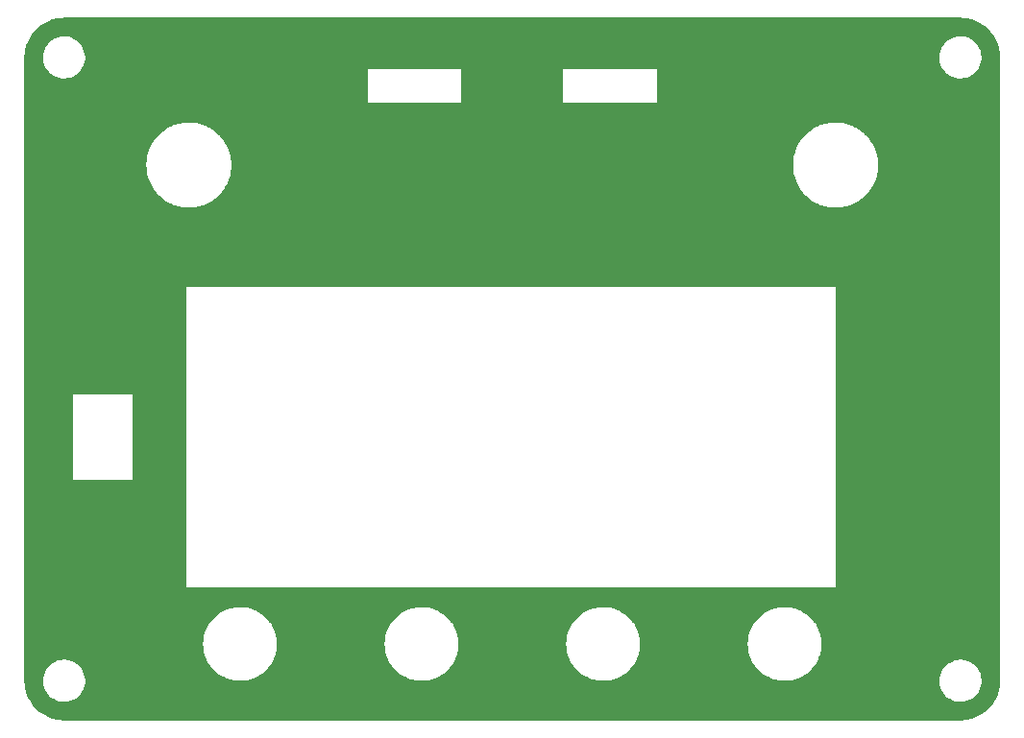
<source format=gbr>
%TF.GenerationSoftware,KiCad,Pcbnew,7.0.8*%
%TF.CreationDate,2024-05-14T10:31:21-04:00*%
%TF.ProjectId,topboard,746f7062-6f61-4726-942e-6b696361645f,rev?*%
%TF.SameCoordinates,Original*%
%TF.FileFunction,Copper,L2,Bot*%
%TF.FilePolarity,Positive*%
%FSLAX46Y46*%
G04 Gerber Fmt 4.6, Leading zero omitted, Abs format (unit mm)*
G04 Created by KiCad (PCBNEW 7.0.8) date 2024-05-14 10:31:21*
%MOMM*%
%LPD*%
G01*
G04 APERTURE LIST*
G04 APERTURE END LIST*
%TA.AperFunction,Conductor*%
%TO.N,GND*%
G36*
X179501513Y-58000575D02*
G01*
X179567131Y-58003797D01*
X179652481Y-58007990D01*
X179846607Y-58018164D01*
X179852409Y-58018745D01*
X180021733Y-58043862D01*
X180197594Y-58071716D01*
X180202929Y-58072804D01*
X180372209Y-58115206D01*
X180541341Y-58160525D01*
X180546122Y-58162018D01*
X180711894Y-58221332D01*
X180874263Y-58283660D01*
X180878543Y-58285492D01*
X180964073Y-58325944D01*
X181038476Y-58361134D01*
X181192992Y-58439864D01*
X181196720Y-58441928D01*
X181348967Y-58533180D01*
X181494262Y-58627537D01*
X181497428Y-58629736D01*
X181640323Y-58735714D01*
X181774975Y-58844752D01*
X181777594Y-58846997D01*
X181908517Y-58965658D01*
X181910721Y-58967757D01*
X182032241Y-59089277D01*
X182034340Y-59091481D01*
X182153001Y-59222404D01*
X182155246Y-59225023D01*
X182264285Y-59359676D01*
X182370262Y-59502570D01*
X182372461Y-59505736D01*
X182466822Y-59651038D01*
X182558070Y-59803278D01*
X182560133Y-59807006D01*
X182638868Y-59961529D01*
X182714506Y-60121455D01*
X182716342Y-60125746D01*
X182778672Y-60288120D01*
X182787616Y-60313116D01*
X182837970Y-60453847D01*
X182839479Y-60458678D01*
X182884793Y-60627790D01*
X182927191Y-60797056D01*
X182928286Y-60802424D01*
X182956145Y-60978317D01*
X182981250Y-61147560D01*
X182981836Y-61153416D01*
X182992011Y-61347561D01*
X182999425Y-61498488D01*
X182999500Y-61501530D01*
X182999500Y-116498469D01*
X182999425Y-116501511D01*
X182992011Y-116652438D01*
X182981836Y-116846582D01*
X182981250Y-116852438D01*
X182956145Y-117021682D01*
X182928286Y-117197574D01*
X182927191Y-117202942D01*
X182884793Y-117372209D01*
X182839479Y-117541320D01*
X182837967Y-117546163D01*
X182778672Y-117711879D01*
X182716342Y-117874252D01*
X182714507Y-117878543D01*
X182638868Y-118038470D01*
X182560133Y-118192992D01*
X182558070Y-118196720D01*
X182466822Y-118348961D01*
X182372461Y-118494262D01*
X182370262Y-118497428D01*
X182264285Y-118640323D01*
X182155245Y-118774975D01*
X182153001Y-118777594D01*
X182034340Y-118908517D01*
X182032241Y-118910721D01*
X181910721Y-119032241D01*
X181908517Y-119034340D01*
X181777594Y-119153001D01*
X181774975Y-119155245D01*
X181640323Y-119264285D01*
X181497428Y-119370262D01*
X181494262Y-119372461D01*
X181348961Y-119466822D01*
X181196720Y-119558070D01*
X181192992Y-119560133D01*
X181038470Y-119638868D01*
X180878543Y-119714507D01*
X180874252Y-119716342D01*
X180711879Y-119778672D01*
X180546163Y-119837967D01*
X180541320Y-119839479D01*
X180372209Y-119884793D01*
X180202942Y-119927191D01*
X180197574Y-119928286D01*
X180021682Y-119956145D01*
X179852438Y-119981250D01*
X179846582Y-119981836D01*
X179652438Y-119992011D01*
X179501513Y-119999425D01*
X179498470Y-119999500D01*
X100501530Y-119999500D01*
X100498488Y-119999425D01*
X100347561Y-119992011D01*
X100153416Y-119981836D01*
X100147560Y-119981250D01*
X99978317Y-119956145D01*
X99802424Y-119928286D01*
X99797056Y-119927191D01*
X99627790Y-119884793D01*
X99458678Y-119839479D01*
X99453847Y-119837970D01*
X99347307Y-119799850D01*
X99288120Y-119778672D01*
X99125746Y-119716342D01*
X99121455Y-119714506D01*
X98961529Y-119638868D01*
X98807006Y-119560133D01*
X98803278Y-119558070D01*
X98651038Y-119466822D01*
X98505736Y-119372461D01*
X98502570Y-119370262D01*
X98359676Y-119264285D01*
X98225023Y-119155246D01*
X98222404Y-119153001D01*
X98091481Y-119034340D01*
X98089277Y-119032241D01*
X97967757Y-118910721D01*
X97965658Y-118908517D01*
X97846997Y-118777594D01*
X97844752Y-118774975D01*
X97735714Y-118640323D01*
X97629736Y-118497428D01*
X97627537Y-118494262D01*
X97533177Y-118348961D01*
X97441928Y-118196720D01*
X97439864Y-118192992D01*
X97401675Y-118118042D01*
X97361131Y-118038470D01*
X97325944Y-117964073D01*
X97285492Y-117878543D01*
X97283656Y-117874252D01*
X97250479Y-117787824D01*
X97221327Y-117711879D01*
X97162018Y-117546122D01*
X97160525Y-117541341D01*
X97115206Y-117372209D01*
X97072804Y-117202929D01*
X97071716Y-117197594D01*
X97043854Y-117021682D01*
X97018745Y-116852409D01*
X97018164Y-116846607D01*
X97007989Y-116652438D01*
X97003828Y-116567763D01*
X98645787Y-116567763D01*
X98675413Y-116837013D01*
X98675415Y-116837024D01*
X98723691Y-117021682D01*
X98743928Y-117099088D01*
X98849870Y-117348390D01*
X98967614Y-117541320D01*
X98990979Y-117579605D01*
X98990986Y-117579615D01*
X99164253Y-117787819D01*
X99164259Y-117787824D01*
X99260719Y-117874252D01*
X99365998Y-117968582D01*
X99591910Y-118118044D01*
X99837176Y-118233020D01*
X99837183Y-118233022D01*
X99837185Y-118233023D01*
X100096557Y-118311057D01*
X100096564Y-118311058D01*
X100096569Y-118311060D01*
X100364561Y-118350500D01*
X100364566Y-118350500D01*
X100567636Y-118350500D01*
X100619133Y-118346730D01*
X100770156Y-118335677D01*
X100882758Y-118310593D01*
X101034546Y-118276782D01*
X101034548Y-118276781D01*
X101034553Y-118276780D01*
X101287558Y-118180014D01*
X101523777Y-118047441D01*
X101738177Y-117881888D01*
X101926186Y-117686881D01*
X102083799Y-117466579D01*
X102157787Y-117322669D01*
X102207649Y-117225690D01*
X102207651Y-117225684D01*
X102207656Y-117225675D01*
X102295118Y-116969305D01*
X102344319Y-116702933D01*
X102349259Y-116567763D01*
X177645787Y-116567763D01*
X177675413Y-116837013D01*
X177675415Y-116837024D01*
X177723691Y-117021682D01*
X177743928Y-117099088D01*
X177849870Y-117348390D01*
X177967614Y-117541320D01*
X177990979Y-117579605D01*
X177990986Y-117579615D01*
X178164253Y-117787819D01*
X178164259Y-117787824D01*
X178260719Y-117874252D01*
X178365998Y-117968582D01*
X178591910Y-118118044D01*
X178837176Y-118233020D01*
X178837183Y-118233022D01*
X178837185Y-118233023D01*
X179096557Y-118311057D01*
X179096564Y-118311058D01*
X179096569Y-118311060D01*
X179364561Y-118350500D01*
X179364566Y-118350500D01*
X179567636Y-118350500D01*
X179619133Y-118346730D01*
X179770156Y-118335677D01*
X179882758Y-118310593D01*
X180034546Y-118276782D01*
X180034548Y-118276781D01*
X180034553Y-118276780D01*
X180287558Y-118180014D01*
X180523777Y-118047441D01*
X180738177Y-117881888D01*
X180926186Y-117686881D01*
X181083799Y-117466579D01*
X181157787Y-117322669D01*
X181207649Y-117225690D01*
X181207651Y-117225684D01*
X181207656Y-117225675D01*
X181295118Y-116969305D01*
X181344319Y-116702933D01*
X181354212Y-116432235D01*
X181324586Y-116162982D01*
X181256072Y-115900912D01*
X181150130Y-115651610D01*
X181009018Y-115420390D01*
X180919747Y-115313119D01*
X180835746Y-115212180D01*
X180835740Y-115212175D01*
X180634002Y-115031418D01*
X180408092Y-114881957D01*
X180408090Y-114881956D01*
X180162824Y-114766980D01*
X180162819Y-114766978D01*
X180162814Y-114766976D01*
X179903442Y-114688942D01*
X179903428Y-114688939D01*
X179787791Y-114671921D01*
X179635439Y-114649500D01*
X179432369Y-114649500D01*
X179432364Y-114649500D01*
X179229844Y-114664323D01*
X179229831Y-114664325D01*
X178965453Y-114723217D01*
X178965446Y-114723220D01*
X178712439Y-114819987D01*
X178476226Y-114952557D01*
X178261822Y-115118112D01*
X178073822Y-115313109D01*
X178073816Y-115313116D01*
X177916202Y-115533419D01*
X177916199Y-115533424D01*
X177792350Y-115774309D01*
X177792343Y-115774327D01*
X177704884Y-116030685D01*
X177704881Y-116030699D01*
X177655681Y-116297068D01*
X177655680Y-116297075D01*
X177645787Y-116567763D01*
X102349259Y-116567763D01*
X102354212Y-116432235D01*
X102324586Y-116162982D01*
X102256072Y-115900912D01*
X102150130Y-115651610D01*
X102009018Y-115420390D01*
X101919747Y-115313119D01*
X101835746Y-115212180D01*
X101835740Y-115212175D01*
X101634002Y-115031418D01*
X101408092Y-114881957D01*
X101408090Y-114881956D01*
X101162824Y-114766980D01*
X101162819Y-114766978D01*
X101162814Y-114766976D01*
X100903442Y-114688942D01*
X100903428Y-114688939D01*
X100787791Y-114671921D01*
X100635439Y-114649500D01*
X100432369Y-114649500D01*
X100432364Y-114649500D01*
X100229844Y-114664323D01*
X100229831Y-114664325D01*
X99965453Y-114723217D01*
X99965446Y-114723220D01*
X99712439Y-114819987D01*
X99476226Y-114952557D01*
X99261822Y-115118112D01*
X99073822Y-115313109D01*
X99073816Y-115313116D01*
X98916202Y-115533419D01*
X98916199Y-115533424D01*
X98792350Y-115774309D01*
X98792343Y-115774327D01*
X98704884Y-116030685D01*
X98704881Y-116030699D01*
X98655681Y-116297068D01*
X98655680Y-116297075D01*
X98645787Y-116567763D01*
X97003828Y-116567763D01*
X97003797Y-116567131D01*
X97000575Y-116501513D01*
X97000500Y-116498471D01*
X97000500Y-113250002D01*
X112744726Y-113250002D01*
X112763808Y-113601954D01*
X112788026Y-113749677D01*
X112820628Y-113948546D01*
X112820833Y-113949793D01*
X112820834Y-113949796D01*
X112915126Y-114289408D01*
X112915127Y-114289410D01*
X113045588Y-114616844D01*
X113045597Y-114616862D01*
X113155706Y-114824549D01*
X113210695Y-114928269D01*
X113403191Y-115212180D01*
X113408498Y-115220006D01*
X113408505Y-115220016D01*
X113636685Y-115488649D01*
X113636686Y-115488650D01*
X113892580Y-115731046D01*
X114173182Y-115944354D01*
X114475202Y-116126074D01*
X114475206Y-116126075D01*
X114475210Y-116126078D01*
X114554962Y-116162975D01*
X114795099Y-116274074D01*
X114854751Y-116294173D01*
X114859541Y-116295967D01*
X114859561Y-116295976D01*
X114867087Y-116298329D01*
X115129122Y-116386619D01*
X115194854Y-116401088D01*
X115199983Y-116402452D01*
X115201565Y-116402947D01*
X115216972Y-116405956D01*
X115473355Y-116462391D01*
X115544157Y-116470091D01*
X115549302Y-116470871D01*
X115553261Y-116471645D01*
X115575032Y-116473449D01*
X115823763Y-116500500D01*
X115823769Y-116500500D01*
X115898924Y-116500500D01*
X115904038Y-116500711D01*
X115910380Y-116501237D01*
X115936242Y-116500524D01*
X115937118Y-116500500D01*
X116176232Y-116500500D01*
X116176237Y-116500500D01*
X116254949Y-116491939D01*
X116259916Y-116491602D01*
X116268587Y-116491363D01*
X116298868Y-116487163D01*
X116526645Y-116462391D01*
X116607919Y-116444500D01*
X116612711Y-116443643D01*
X116623533Y-116442143D01*
X116656092Y-116433897D01*
X116870878Y-116386619D01*
X116953612Y-116358742D01*
X116958144Y-116357407D01*
X116970911Y-116354175D01*
X117004547Y-116341580D01*
X117204901Y-116274074D01*
X117287877Y-116235685D01*
X117292132Y-116233907D01*
X117306503Y-116228527D01*
X117340095Y-116211526D01*
X117524798Y-116126074D01*
X117606730Y-116076776D01*
X117610629Y-116074620D01*
X117626236Y-116066723D01*
X117658797Y-116045449D01*
X117826818Y-115944354D01*
X117906315Y-115883921D01*
X117909857Y-115881423D01*
X117926228Y-115870728D01*
X117956865Y-115845494D01*
X118107420Y-115731046D01*
X118183017Y-115659435D01*
X118186206Y-115656619D01*
X118202839Y-115642921D01*
X118230847Y-115614129D01*
X118363314Y-115488650D01*
X118433549Y-115405962D01*
X118436327Y-115402907D01*
X118452710Y-115386067D01*
X118477461Y-115354264D01*
X118591501Y-115220008D01*
X118654857Y-115126565D01*
X118657228Y-115123301D01*
X118672809Y-115103284D01*
X118693838Y-115069070D01*
X118789305Y-114928269D01*
X118844318Y-114824502D01*
X118846225Y-114821166D01*
X118860463Y-114798005D01*
X118876862Y-114763254D01*
X118878080Y-114760820D01*
X118954407Y-114616854D01*
X118999568Y-114503506D01*
X119001048Y-114500101D01*
X119013396Y-114473936D01*
X119025652Y-114438233D01*
X119026677Y-114435468D01*
X119084871Y-114289414D01*
X119118771Y-114167314D01*
X119119837Y-114163879D01*
X119129749Y-114135009D01*
X119137823Y-114098979D01*
X119138553Y-114096067D01*
X119179168Y-113949788D01*
X119200435Y-113820060D01*
X119201109Y-113816584D01*
X119208112Y-113785339D01*
X119212059Y-113749677D01*
X119212495Y-113746496D01*
X119236191Y-113601957D01*
X119243572Y-113465813D01*
X119243851Y-113462432D01*
X119247533Y-113429171D01*
X119248204Y-113380383D01*
X119255274Y-113250002D01*
X128744726Y-113250002D01*
X128763808Y-113601954D01*
X128788026Y-113749677D01*
X128820628Y-113948546D01*
X128820833Y-113949793D01*
X128820834Y-113949796D01*
X128915126Y-114289408D01*
X128915127Y-114289410D01*
X129045588Y-114616844D01*
X129045597Y-114616862D01*
X129155706Y-114824549D01*
X129210695Y-114928269D01*
X129403191Y-115212180D01*
X129408498Y-115220006D01*
X129408505Y-115220016D01*
X129636685Y-115488649D01*
X129636686Y-115488650D01*
X129892580Y-115731046D01*
X130173182Y-115944354D01*
X130475202Y-116126074D01*
X130475206Y-116126075D01*
X130475210Y-116126078D01*
X130554962Y-116162975D01*
X130795099Y-116274074D01*
X130854751Y-116294173D01*
X130859541Y-116295967D01*
X130859561Y-116295976D01*
X130867087Y-116298329D01*
X131129122Y-116386619D01*
X131194854Y-116401088D01*
X131199983Y-116402452D01*
X131201565Y-116402947D01*
X131216972Y-116405956D01*
X131473355Y-116462391D01*
X131544157Y-116470091D01*
X131549302Y-116470871D01*
X131553261Y-116471645D01*
X131575032Y-116473449D01*
X131823763Y-116500500D01*
X131823769Y-116500500D01*
X131898924Y-116500500D01*
X131904038Y-116500711D01*
X131910380Y-116501237D01*
X131936242Y-116500524D01*
X131937118Y-116500500D01*
X132176232Y-116500500D01*
X132176237Y-116500500D01*
X132254949Y-116491939D01*
X132259916Y-116491602D01*
X132268587Y-116491363D01*
X132298868Y-116487163D01*
X132526645Y-116462391D01*
X132607919Y-116444500D01*
X132612711Y-116443643D01*
X132623533Y-116442143D01*
X132656092Y-116433897D01*
X132870878Y-116386619D01*
X132953612Y-116358742D01*
X132958144Y-116357407D01*
X132970911Y-116354175D01*
X133004547Y-116341580D01*
X133204901Y-116274074D01*
X133287877Y-116235685D01*
X133292132Y-116233907D01*
X133306503Y-116228527D01*
X133340095Y-116211526D01*
X133524798Y-116126074D01*
X133606730Y-116076776D01*
X133610629Y-116074620D01*
X133626236Y-116066723D01*
X133658797Y-116045449D01*
X133826818Y-115944354D01*
X133906315Y-115883921D01*
X133909857Y-115881423D01*
X133926228Y-115870728D01*
X133956865Y-115845494D01*
X134107420Y-115731046D01*
X134183017Y-115659435D01*
X134186206Y-115656619D01*
X134202839Y-115642921D01*
X134230847Y-115614129D01*
X134363314Y-115488650D01*
X134433549Y-115405962D01*
X134436327Y-115402907D01*
X134452710Y-115386067D01*
X134477461Y-115354264D01*
X134591501Y-115220008D01*
X134654857Y-115126565D01*
X134657228Y-115123301D01*
X134672809Y-115103284D01*
X134693838Y-115069070D01*
X134789305Y-114928269D01*
X134844318Y-114824502D01*
X134846225Y-114821166D01*
X134860463Y-114798005D01*
X134876862Y-114763254D01*
X134878080Y-114760820D01*
X134954407Y-114616854D01*
X134999568Y-114503506D01*
X135001048Y-114500101D01*
X135013396Y-114473936D01*
X135025652Y-114438233D01*
X135026677Y-114435468D01*
X135084871Y-114289414D01*
X135118771Y-114167314D01*
X135119837Y-114163879D01*
X135129749Y-114135009D01*
X135137823Y-114098979D01*
X135138553Y-114096067D01*
X135179168Y-113949788D01*
X135200435Y-113820060D01*
X135201109Y-113816584D01*
X135208112Y-113785339D01*
X135212059Y-113749677D01*
X135212495Y-113746496D01*
X135236191Y-113601957D01*
X135243572Y-113465813D01*
X135243851Y-113462432D01*
X135247533Y-113429171D01*
X135248204Y-113380383D01*
X135255274Y-113250002D01*
X144744726Y-113250002D01*
X144763808Y-113601954D01*
X144788026Y-113749677D01*
X144820628Y-113948546D01*
X144820833Y-113949793D01*
X144820834Y-113949796D01*
X144915126Y-114289408D01*
X144915127Y-114289410D01*
X145045588Y-114616844D01*
X145045597Y-114616862D01*
X145155706Y-114824549D01*
X145210695Y-114928269D01*
X145403191Y-115212180D01*
X145408498Y-115220006D01*
X145408505Y-115220016D01*
X145636685Y-115488649D01*
X145636686Y-115488650D01*
X145892580Y-115731046D01*
X146173182Y-115944354D01*
X146475202Y-116126074D01*
X146475206Y-116126075D01*
X146475210Y-116126078D01*
X146554962Y-116162975D01*
X146795099Y-116274074D01*
X146854751Y-116294173D01*
X146859541Y-116295967D01*
X146859561Y-116295976D01*
X146867087Y-116298329D01*
X147129122Y-116386619D01*
X147194854Y-116401088D01*
X147199983Y-116402452D01*
X147201565Y-116402947D01*
X147216972Y-116405956D01*
X147473355Y-116462391D01*
X147544157Y-116470091D01*
X147549302Y-116470871D01*
X147553261Y-116471645D01*
X147575032Y-116473449D01*
X147823763Y-116500500D01*
X147823769Y-116500500D01*
X147898924Y-116500500D01*
X147904038Y-116500711D01*
X147910380Y-116501237D01*
X147936242Y-116500524D01*
X147937118Y-116500500D01*
X148176232Y-116500500D01*
X148176237Y-116500500D01*
X148254949Y-116491939D01*
X148259916Y-116491602D01*
X148268587Y-116491363D01*
X148298868Y-116487163D01*
X148526645Y-116462391D01*
X148607919Y-116444500D01*
X148612711Y-116443643D01*
X148623533Y-116442143D01*
X148656092Y-116433897D01*
X148870878Y-116386619D01*
X148953612Y-116358742D01*
X148958144Y-116357407D01*
X148970911Y-116354175D01*
X149004547Y-116341580D01*
X149204901Y-116274074D01*
X149287877Y-116235685D01*
X149292132Y-116233907D01*
X149306503Y-116228527D01*
X149340095Y-116211526D01*
X149524798Y-116126074D01*
X149606730Y-116076776D01*
X149610629Y-116074620D01*
X149626236Y-116066723D01*
X149658797Y-116045449D01*
X149826818Y-115944354D01*
X149906315Y-115883921D01*
X149909857Y-115881423D01*
X149926228Y-115870728D01*
X149956865Y-115845494D01*
X150107420Y-115731046D01*
X150183017Y-115659435D01*
X150186206Y-115656619D01*
X150202839Y-115642921D01*
X150230847Y-115614129D01*
X150363314Y-115488650D01*
X150433549Y-115405962D01*
X150436327Y-115402907D01*
X150452710Y-115386067D01*
X150477461Y-115354264D01*
X150591501Y-115220008D01*
X150654857Y-115126565D01*
X150657228Y-115123301D01*
X150672809Y-115103284D01*
X150693838Y-115069070D01*
X150789305Y-114928269D01*
X150844318Y-114824502D01*
X150846225Y-114821166D01*
X150860463Y-114798005D01*
X150876862Y-114763254D01*
X150878080Y-114760820D01*
X150954407Y-114616854D01*
X150999568Y-114503506D01*
X151001048Y-114500101D01*
X151013396Y-114473936D01*
X151025652Y-114438233D01*
X151026677Y-114435468D01*
X151084871Y-114289414D01*
X151118771Y-114167314D01*
X151119837Y-114163879D01*
X151129749Y-114135009D01*
X151137823Y-114098979D01*
X151138553Y-114096067D01*
X151179168Y-113949788D01*
X151200435Y-113820060D01*
X151201109Y-113816584D01*
X151208112Y-113785339D01*
X151212059Y-113749677D01*
X151212495Y-113746496D01*
X151236191Y-113601957D01*
X151243572Y-113465813D01*
X151243851Y-113462432D01*
X151247533Y-113429171D01*
X151248204Y-113380383D01*
X151255274Y-113250002D01*
X160744726Y-113250002D01*
X160763808Y-113601954D01*
X160788026Y-113749677D01*
X160820628Y-113948546D01*
X160820833Y-113949793D01*
X160820834Y-113949796D01*
X160915126Y-114289408D01*
X160915127Y-114289410D01*
X161045588Y-114616844D01*
X161045597Y-114616862D01*
X161155706Y-114824549D01*
X161210695Y-114928269D01*
X161403191Y-115212180D01*
X161408498Y-115220006D01*
X161408505Y-115220016D01*
X161636685Y-115488649D01*
X161636686Y-115488650D01*
X161892580Y-115731046D01*
X162173182Y-115944354D01*
X162475202Y-116126074D01*
X162475206Y-116126075D01*
X162475210Y-116126078D01*
X162554962Y-116162975D01*
X162795099Y-116274074D01*
X162854751Y-116294173D01*
X162859541Y-116295967D01*
X162859561Y-116295976D01*
X162867087Y-116298329D01*
X163129122Y-116386619D01*
X163194854Y-116401088D01*
X163199983Y-116402452D01*
X163201565Y-116402947D01*
X163216972Y-116405956D01*
X163473355Y-116462391D01*
X163544157Y-116470091D01*
X163549302Y-116470871D01*
X163553261Y-116471645D01*
X163575032Y-116473449D01*
X163823763Y-116500500D01*
X163823769Y-116500500D01*
X163898924Y-116500500D01*
X163904038Y-116500711D01*
X163910380Y-116501237D01*
X163936242Y-116500524D01*
X163937118Y-116500500D01*
X164176232Y-116500500D01*
X164176237Y-116500500D01*
X164254949Y-116491939D01*
X164259916Y-116491602D01*
X164268587Y-116491363D01*
X164298868Y-116487163D01*
X164526645Y-116462391D01*
X164607919Y-116444500D01*
X164612711Y-116443643D01*
X164623533Y-116442143D01*
X164656092Y-116433897D01*
X164870878Y-116386619D01*
X164953612Y-116358742D01*
X164958144Y-116357407D01*
X164970911Y-116354175D01*
X165004547Y-116341580D01*
X165204901Y-116274074D01*
X165287877Y-116235685D01*
X165292132Y-116233907D01*
X165306503Y-116228527D01*
X165340095Y-116211526D01*
X165524798Y-116126074D01*
X165606730Y-116076776D01*
X165610629Y-116074620D01*
X165626236Y-116066723D01*
X165658797Y-116045449D01*
X165826818Y-115944354D01*
X165906315Y-115883921D01*
X165909857Y-115881423D01*
X165926228Y-115870728D01*
X165956865Y-115845494D01*
X166107420Y-115731046D01*
X166183017Y-115659435D01*
X166186206Y-115656619D01*
X166202839Y-115642921D01*
X166230847Y-115614129D01*
X166363314Y-115488650D01*
X166433549Y-115405962D01*
X166436327Y-115402907D01*
X166452710Y-115386067D01*
X166477461Y-115354264D01*
X166591501Y-115220008D01*
X166654857Y-115126565D01*
X166657228Y-115123301D01*
X166672809Y-115103284D01*
X166693838Y-115069070D01*
X166789305Y-114928269D01*
X166844318Y-114824502D01*
X166846225Y-114821166D01*
X166860463Y-114798005D01*
X166876862Y-114763254D01*
X166878080Y-114760820D01*
X166954407Y-114616854D01*
X166999568Y-114503506D01*
X167001048Y-114500101D01*
X167013396Y-114473936D01*
X167025652Y-114438233D01*
X167026677Y-114435468D01*
X167084871Y-114289414D01*
X167118771Y-114167314D01*
X167119837Y-114163879D01*
X167129749Y-114135009D01*
X167137823Y-114098979D01*
X167138553Y-114096067D01*
X167179168Y-113949788D01*
X167200435Y-113820060D01*
X167201109Y-113816584D01*
X167208112Y-113785339D01*
X167212059Y-113749677D01*
X167212495Y-113746496D01*
X167236191Y-113601957D01*
X167243572Y-113465813D01*
X167243851Y-113462432D01*
X167247533Y-113429171D01*
X167248204Y-113380383D01*
X167255274Y-113250000D01*
X167248204Y-113119617D01*
X167247533Y-113070829D01*
X167243852Y-113037572D01*
X167243572Y-113034180D01*
X167236191Y-112898043D01*
X167212494Y-112753497D01*
X167212057Y-112750312D01*
X167208112Y-112714661D01*
X167201115Y-112683440D01*
X167200431Y-112679915D01*
X167179168Y-112550212D01*
X167138558Y-112403951D01*
X167137821Y-112401010D01*
X167129749Y-112364991D01*
X167119842Y-112336133D01*
X167118771Y-112332682D01*
X167084871Y-112210586D01*
X167026674Y-112064524D01*
X167025654Y-112061773D01*
X167013396Y-112026064D01*
X167001062Y-111999929D01*
X166999549Y-111996445D01*
X166954407Y-111883146D01*
X166954403Y-111883137D01*
X166915286Y-111809356D01*
X166878116Y-111739247D01*
X166876836Y-111736689D01*
X166860465Y-111702000D01*
X166860464Y-111701997D01*
X166860463Y-111701995D01*
X166846233Y-111678846D01*
X166844313Y-111675487D01*
X166789305Y-111571731D01*
X166693848Y-111430942D01*
X166672809Y-111396716D01*
X166657236Y-111376707D01*
X166654846Y-111373419D01*
X166591501Y-111279992D01*
X166477470Y-111145744D01*
X166452710Y-111113933D01*
X166450618Y-111111782D01*
X166436342Y-111097107D01*
X166433529Y-111094013D01*
X166363321Y-111011358D01*
X166363316Y-111011352D01*
X166230854Y-110885877D01*
X166202853Y-110857092D01*
X166202842Y-110857082D01*
X166202839Y-110857079D01*
X166201392Y-110855887D01*
X166186214Y-110843386D01*
X166182991Y-110840539D01*
X166107410Y-110768945D01*
X166107407Y-110768944D01*
X165956890Y-110654523D01*
X165926224Y-110629268D01*
X165926223Y-110629267D01*
X165909886Y-110618595D01*
X165906274Y-110616047D01*
X165826825Y-110555651D01*
X165826822Y-110555649D01*
X165826818Y-110555646D01*
X165753077Y-110511277D01*
X165658809Y-110454557D01*
X165626236Y-110433277D01*
X165626234Y-110433276D01*
X165610661Y-110425395D01*
X165606700Y-110423205D01*
X165533278Y-110379028D01*
X165524794Y-110373923D01*
X165524789Y-110373921D01*
X165340113Y-110288481D01*
X165327030Y-110281860D01*
X165306503Y-110271473D01*
X165306495Y-110271470D01*
X165292141Y-110266095D01*
X165287848Y-110264301D01*
X165252737Y-110248057D01*
X165204901Y-110225926D01*
X165079872Y-110183799D01*
X165004562Y-110158424D01*
X164970911Y-110145825D01*
X164958162Y-110142596D01*
X164953589Y-110141249D01*
X164921270Y-110130359D01*
X164870879Y-110113381D01*
X164656109Y-110066106D01*
X164623534Y-110057857D01*
X164623528Y-110057856D01*
X164612713Y-110056356D01*
X164607901Y-110055495D01*
X164526643Y-110037608D01*
X164298896Y-110012839D01*
X164268582Y-110008636D01*
X164268585Y-110008636D01*
X164259912Y-110008396D01*
X164254922Y-110008057D01*
X164176242Y-109999500D01*
X164176237Y-109999500D01*
X163937118Y-109999500D01*
X163922204Y-109999088D01*
X163910380Y-109998763D01*
X163910379Y-109998763D01*
X163909441Y-109998840D01*
X163904038Y-109999288D01*
X163898924Y-109999500D01*
X163823759Y-109999500D01*
X163575032Y-110026550D01*
X163553256Y-110028355D01*
X163549303Y-110029126D01*
X163544138Y-110029909D01*
X163473358Y-110037608D01*
X163473353Y-110037609D01*
X163216974Y-110094042D01*
X163201561Y-110097053D01*
X163201548Y-110097056D01*
X163199962Y-110097552D01*
X163194815Y-110098919D01*
X163129132Y-110113377D01*
X163129116Y-110113382D01*
X162867105Y-110201664D01*
X162859545Y-110204029D01*
X162854700Y-110205842D01*
X162795089Y-110225929D01*
X162795088Y-110225929D01*
X162475210Y-110373921D01*
X162475197Y-110373928D01*
X162173184Y-110555644D01*
X161892589Y-110768946D01*
X161892580Y-110768954D01*
X161636685Y-111011350D01*
X161408505Y-111279983D01*
X161408498Y-111279993D01*
X161210695Y-111571730D01*
X161045597Y-111883137D01*
X161045588Y-111883155D01*
X160915127Y-112210589D01*
X160915126Y-112210591D01*
X160820834Y-112550203D01*
X160820833Y-112550206D01*
X160763808Y-112898045D01*
X160744726Y-113249997D01*
X160744726Y-113250002D01*
X151255274Y-113250002D01*
X151255274Y-113250000D01*
X151248204Y-113119617D01*
X151247533Y-113070829D01*
X151243852Y-113037572D01*
X151243572Y-113034180D01*
X151236191Y-112898043D01*
X151212494Y-112753497D01*
X151212057Y-112750312D01*
X151208112Y-112714661D01*
X151201115Y-112683440D01*
X151200431Y-112679915D01*
X151179168Y-112550212D01*
X151138558Y-112403951D01*
X151137821Y-112401010D01*
X151129749Y-112364991D01*
X151119842Y-112336133D01*
X151118771Y-112332682D01*
X151084871Y-112210586D01*
X151026674Y-112064524D01*
X151025654Y-112061773D01*
X151013396Y-112026064D01*
X151001062Y-111999929D01*
X150999549Y-111996445D01*
X150954407Y-111883146D01*
X150954403Y-111883137D01*
X150915286Y-111809356D01*
X150878116Y-111739247D01*
X150876836Y-111736689D01*
X150860465Y-111702000D01*
X150860464Y-111701997D01*
X150860463Y-111701995D01*
X150846233Y-111678846D01*
X150844313Y-111675487D01*
X150789305Y-111571731D01*
X150693848Y-111430942D01*
X150672809Y-111396716D01*
X150657236Y-111376707D01*
X150654846Y-111373419D01*
X150591501Y-111279992D01*
X150477470Y-111145744D01*
X150452710Y-111113933D01*
X150450618Y-111111782D01*
X150436342Y-111097107D01*
X150433529Y-111094013D01*
X150363321Y-111011358D01*
X150363316Y-111011352D01*
X150230854Y-110885877D01*
X150202853Y-110857092D01*
X150202842Y-110857082D01*
X150202839Y-110857079D01*
X150201392Y-110855887D01*
X150186214Y-110843386D01*
X150182991Y-110840539D01*
X150107410Y-110768945D01*
X150107407Y-110768944D01*
X149956890Y-110654523D01*
X149926224Y-110629268D01*
X149926223Y-110629267D01*
X149909886Y-110618595D01*
X149906274Y-110616047D01*
X149826825Y-110555651D01*
X149826822Y-110555649D01*
X149826818Y-110555646D01*
X149753077Y-110511277D01*
X149658809Y-110454557D01*
X149626236Y-110433277D01*
X149626234Y-110433276D01*
X149610661Y-110425395D01*
X149606700Y-110423205D01*
X149533278Y-110379028D01*
X149524794Y-110373923D01*
X149524789Y-110373921D01*
X149340113Y-110288481D01*
X149327030Y-110281860D01*
X149306503Y-110271473D01*
X149306495Y-110271470D01*
X149292141Y-110266095D01*
X149287848Y-110264301D01*
X149252737Y-110248057D01*
X149204901Y-110225926D01*
X149079872Y-110183799D01*
X149004562Y-110158424D01*
X148970911Y-110145825D01*
X148958162Y-110142596D01*
X148953589Y-110141249D01*
X148921270Y-110130359D01*
X148870879Y-110113381D01*
X148656109Y-110066106D01*
X148623534Y-110057857D01*
X148623528Y-110057856D01*
X148612713Y-110056356D01*
X148607901Y-110055495D01*
X148526643Y-110037608D01*
X148298896Y-110012839D01*
X148268582Y-110008636D01*
X148268585Y-110008636D01*
X148259912Y-110008396D01*
X148254922Y-110008057D01*
X148176242Y-109999500D01*
X148176237Y-109999500D01*
X147937118Y-109999500D01*
X147922204Y-109999088D01*
X147910380Y-109998763D01*
X147910379Y-109998763D01*
X147909441Y-109998840D01*
X147904038Y-109999288D01*
X147898924Y-109999500D01*
X147823759Y-109999500D01*
X147575032Y-110026550D01*
X147553256Y-110028355D01*
X147549303Y-110029126D01*
X147544138Y-110029909D01*
X147473358Y-110037608D01*
X147473353Y-110037609D01*
X147216974Y-110094042D01*
X147201561Y-110097053D01*
X147201548Y-110097056D01*
X147199962Y-110097552D01*
X147194815Y-110098919D01*
X147129132Y-110113377D01*
X147129116Y-110113382D01*
X146867105Y-110201664D01*
X146859545Y-110204029D01*
X146854700Y-110205842D01*
X146795089Y-110225929D01*
X146795088Y-110225929D01*
X146475210Y-110373921D01*
X146475197Y-110373928D01*
X146173184Y-110555644D01*
X145892589Y-110768946D01*
X145892580Y-110768954D01*
X145636685Y-111011350D01*
X145408505Y-111279983D01*
X145408498Y-111279993D01*
X145210695Y-111571730D01*
X145045597Y-111883137D01*
X145045588Y-111883155D01*
X144915127Y-112210589D01*
X144915126Y-112210591D01*
X144820834Y-112550203D01*
X144820833Y-112550206D01*
X144763808Y-112898045D01*
X144744726Y-113249997D01*
X144744726Y-113250002D01*
X135255274Y-113250002D01*
X135255274Y-113250000D01*
X135248204Y-113119617D01*
X135247533Y-113070829D01*
X135243852Y-113037572D01*
X135243572Y-113034180D01*
X135236191Y-112898043D01*
X135212494Y-112753497D01*
X135212057Y-112750312D01*
X135208112Y-112714661D01*
X135201115Y-112683440D01*
X135200431Y-112679915D01*
X135179168Y-112550212D01*
X135138558Y-112403951D01*
X135137821Y-112401010D01*
X135129749Y-112364991D01*
X135119842Y-112336133D01*
X135118771Y-112332682D01*
X135084871Y-112210586D01*
X135026674Y-112064524D01*
X135025654Y-112061773D01*
X135013396Y-112026064D01*
X135001062Y-111999929D01*
X134999549Y-111996445D01*
X134954407Y-111883146D01*
X134954403Y-111883137D01*
X134915286Y-111809356D01*
X134878116Y-111739247D01*
X134876836Y-111736689D01*
X134860465Y-111702000D01*
X134860464Y-111701997D01*
X134860463Y-111701995D01*
X134846233Y-111678846D01*
X134844313Y-111675487D01*
X134789305Y-111571731D01*
X134693848Y-111430942D01*
X134672809Y-111396716D01*
X134657236Y-111376707D01*
X134654846Y-111373419D01*
X134591501Y-111279992D01*
X134477470Y-111145744D01*
X134452710Y-111113933D01*
X134450618Y-111111782D01*
X134436342Y-111097107D01*
X134433529Y-111094013D01*
X134363321Y-111011358D01*
X134363316Y-111011352D01*
X134230854Y-110885877D01*
X134202853Y-110857092D01*
X134202842Y-110857082D01*
X134202839Y-110857079D01*
X134201392Y-110855887D01*
X134186214Y-110843386D01*
X134182991Y-110840539D01*
X134107410Y-110768945D01*
X134107407Y-110768944D01*
X133956890Y-110654523D01*
X133926224Y-110629268D01*
X133926223Y-110629267D01*
X133909886Y-110618595D01*
X133906274Y-110616047D01*
X133826825Y-110555651D01*
X133826822Y-110555649D01*
X133826818Y-110555646D01*
X133753077Y-110511277D01*
X133658809Y-110454557D01*
X133626236Y-110433277D01*
X133626234Y-110433276D01*
X133610661Y-110425395D01*
X133606700Y-110423205D01*
X133533278Y-110379028D01*
X133524794Y-110373923D01*
X133524789Y-110373921D01*
X133340113Y-110288481D01*
X133327030Y-110281860D01*
X133306503Y-110271473D01*
X133306495Y-110271470D01*
X133292141Y-110266095D01*
X133287848Y-110264301D01*
X133252737Y-110248057D01*
X133204901Y-110225926D01*
X133079872Y-110183799D01*
X133004562Y-110158424D01*
X132970911Y-110145825D01*
X132958162Y-110142596D01*
X132953589Y-110141249D01*
X132921270Y-110130359D01*
X132870879Y-110113381D01*
X132656109Y-110066106D01*
X132623534Y-110057857D01*
X132623528Y-110057856D01*
X132612713Y-110056356D01*
X132607901Y-110055495D01*
X132526643Y-110037608D01*
X132298896Y-110012839D01*
X132268582Y-110008636D01*
X132268585Y-110008636D01*
X132259912Y-110008396D01*
X132254922Y-110008057D01*
X132176242Y-109999500D01*
X132176237Y-109999500D01*
X131937118Y-109999500D01*
X131922204Y-109999088D01*
X131910380Y-109998763D01*
X131910379Y-109998763D01*
X131909441Y-109998840D01*
X131904038Y-109999288D01*
X131898924Y-109999500D01*
X131823759Y-109999500D01*
X131575032Y-110026550D01*
X131553256Y-110028355D01*
X131549303Y-110029126D01*
X131544138Y-110029909D01*
X131473358Y-110037608D01*
X131473353Y-110037609D01*
X131216974Y-110094042D01*
X131201561Y-110097053D01*
X131201548Y-110097056D01*
X131199962Y-110097552D01*
X131194815Y-110098919D01*
X131129132Y-110113377D01*
X131129116Y-110113382D01*
X130867105Y-110201664D01*
X130859545Y-110204029D01*
X130854700Y-110205842D01*
X130795089Y-110225929D01*
X130795088Y-110225929D01*
X130475210Y-110373921D01*
X130475197Y-110373928D01*
X130173184Y-110555644D01*
X129892589Y-110768946D01*
X129892580Y-110768954D01*
X129636685Y-111011350D01*
X129408505Y-111279983D01*
X129408498Y-111279993D01*
X129210695Y-111571730D01*
X129045597Y-111883137D01*
X129045588Y-111883155D01*
X128915127Y-112210589D01*
X128915126Y-112210591D01*
X128820834Y-112550203D01*
X128820833Y-112550206D01*
X128763808Y-112898045D01*
X128744726Y-113249997D01*
X128744726Y-113250002D01*
X119255274Y-113250002D01*
X119255274Y-113250000D01*
X119248204Y-113119617D01*
X119247533Y-113070829D01*
X119243852Y-113037572D01*
X119243572Y-113034180D01*
X119236191Y-112898043D01*
X119212494Y-112753497D01*
X119212057Y-112750312D01*
X119208112Y-112714661D01*
X119201115Y-112683440D01*
X119200431Y-112679915D01*
X119179168Y-112550212D01*
X119138558Y-112403951D01*
X119137821Y-112401010D01*
X119129749Y-112364991D01*
X119119842Y-112336133D01*
X119118771Y-112332682D01*
X119084871Y-112210586D01*
X119026674Y-112064524D01*
X119025654Y-112061773D01*
X119013396Y-112026064D01*
X119001062Y-111999929D01*
X118999549Y-111996445D01*
X118954407Y-111883146D01*
X118954403Y-111883137D01*
X118915286Y-111809356D01*
X118878116Y-111739247D01*
X118876836Y-111736689D01*
X118860465Y-111702000D01*
X118860464Y-111701997D01*
X118860463Y-111701995D01*
X118846233Y-111678846D01*
X118844313Y-111675487D01*
X118789305Y-111571731D01*
X118693848Y-111430942D01*
X118672809Y-111396716D01*
X118657236Y-111376707D01*
X118654846Y-111373419D01*
X118591501Y-111279992D01*
X118477470Y-111145744D01*
X118452710Y-111113933D01*
X118450618Y-111111782D01*
X118436342Y-111097107D01*
X118433529Y-111094013D01*
X118363321Y-111011358D01*
X118363316Y-111011352D01*
X118230854Y-110885877D01*
X118202853Y-110857092D01*
X118202842Y-110857082D01*
X118202839Y-110857079D01*
X118201392Y-110855887D01*
X118186214Y-110843386D01*
X118182991Y-110840539D01*
X118107410Y-110768945D01*
X118107407Y-110768944D01*
X117956890Y-110654523D01*
X117926224Y-110629268D01*
X117926223Y-110629267D01*
X117909886Y-110618595D01*
X117906274Y-110616047D01*
X117826825Y-110555651D01*
X117826822Y-110555649D01*
X117826818Y-110555646D01*
X117753077Y-110511277D01*
X117658809Y-110454557D01*
X117626236Y-110433277D01*
X117626234Y-110433276D01*
X117610661Y-110425395D01*
X117606700Y-110423205D01*
X117533278Y-110379028D01*
X117524794Y-110373923D01*
X117524789Y-110373921D01*
X117340113Y-110288481D01*
X117327030Y-110281860D01*
X117306503Y-110271473D01*
X117306495Y-110271470D01*
X117292141Y-110266095D01*
X117287848Y-110264301D01*
X117252737Y-110248057D01*
X117204901Y-110225926D01*
X117079872Y-110183799D01*
X117004562Y-110158424D01*
X116970911Y-110145825D01*
X116958162Y-110142596D01*
X116953589Y-110141249D01*
X116921270Y-110130359D01*
X116870879Y-110113381D01*
X116656109Y-110066106D01*
X116623534Y-110057857D01*
X116623528Y-110057856D01*
X116612713Y-110056356D01*
X116607901Y-110055495D01*
X116526643Y-110037608D01*
X116298896Y-110012839D01*
X116268582Y-110008636D01*
X116268585Y-110008636D01*
X116259912Y-110008396D01*
X116254922Y-110008057D01*
X116176242Y-109999500D01*
X116176237Y-109999500D01*
X115937118Y-109999500D01*
X115922204Y-109999088D01*
X115910380Y-109998763D01*
X115910379Y-109998763D01*
X115909441Y-109998840D01*
X115904038Y-109999288D01*
X115898924Y-109999500D01*
X115823759Y-109999500D01*
X115575032Y-110026550D01*
X115553256Y-110028355D01*
X115549303Y-110029126D01*
X115544138Y-110029909D01*
X115473358Y-110037608D01*
X115473353Y-110037609D01*
X115216974Y-110094042D01*
X115201561Y-110097053D01*
X115201548Y-110097056D01*
X115199962Y-110097552D01*
X115194815Y-110098919D01*
X115129132Y-110113377D01*
X115129116Y-110113382D01*
X114867105Y-110201664D01*
X114859545Y-110204029D01*
X114854700Y-110205842D01*
X114795089Y-110225929D01*
X114795088Y-110225929D01*
X114475210Y-110373921D01*
X114475197Y-110373928D01*
X114173184Y-110555644D01*
X113892589Y-110768946D01*
X113892580Y-110768954D01*
X113636685Y-111011350D01*
X113408505Y-111279983D01*
X113408498Y-111279993D01*
X113210695Y-111571730D01*
X113045597Y-111883137D01*
X113045588Y-111883155D01*
X112915127Y-112210589D01*
X112915126Y-112210591D01*
X112820834Y-112550203D01*
X112820833Y-112550206D01*
X112763808Y-112898045D01*
X112744726Y-113249997D01*
X112744726Y-113250002D01*
X97000500Y-113250002D01*
X97000500Y-108225889D01*
X111249416Y-108225889D01*
X111249459Y-108250001D01*
X111249500Y-108250099D01*
X111249616Y-108250382D01*
X111249618Y-108250384D01*
X111249808Y-108250462D01*
X111250000Y-108250541D01*
X111250002Y-108250539D01*
X111274616Y-108250524D01*
X111274616Y-108250528D01*
X111274760Y-108250500D01*
X168475240Y-108250500D01*
X168475383Y-108250528D01*
X168475384Y-108250524D01*
X168499997Y-108250539D01*
X168500000Y-108250541D01*
X168500383Y-108250383D01*
X168500500Y-108250099D01*
X168500541Y-108250000D01*
X168500540Y-108249997D01*
X168500583Y-108225889D01*
X168500500Y-108225467D01*
X168500500Y-81774759D01*
X168500528Y-81774616D01*
X168500524Y-81774616D01*
X168500539Y-81750002D01*
X168500541Y-81750000D01*
X168500462Y-81749808D01*
X168500384Y-81749618D01*
X168500382Y-81749616D01*
X168500099Y-81749500D01*
X168500000Y-81749459D01*
X168475446Y-81749459D01*
X168475240Y-81749500D01*
X111274760Y-81749500D01*
X111274554Y-81749459D01*
X111250000Y-81749459D01*
X111249901Y-81749500D01*
X111249617Y-81749616D01*
X111249615Y-81749618D01*
X111249459Y-81749999D01*
X111249476Y-81774616D01*
X111249471Y-81774616D01*
X111249500Y-81774759D01*
X111249500Y-108225467D01*
X111249416Y-108225889D01*
X97000500Y-108225889D01*
X97000500Y-98725889D01*
X101249416Y-98725889D01*
X101249459Y-98750001D01*
X101249500Y-98750099D01*
X101249616Y-98750382D01*
X101249618Y-98750384D01*
X101249808Y-98750462D01*
X101250000Y-98750541D01*
X101250002Y-98750539D01*
X101274616Y-98750524D01*
X101274616Y-98750528D01*
X101274760Y-98750500D01*
X106475240Y-98750500D01*
X106475383Y-98750528D01*
X106475384Y-98750524D01*
X106499997Y-98750539D01*
X106500000Y-98750541D01*
X106500383Y-98750383D01*
X106500500Y-98750099D01*
X106500541Y-98750000D01*
X106500540Y-98749997D01*
X106500583Y-98725889D01*
X106500500Y-98725467D01*
X106500500Y-91274759D01*
X106500528Y-91274616D01*
X106500524Y-91274616D01*
X106500539Y-91250002D01*
X106500541Y-91250000D01*
X106500462Y-91249808D01*
X106500384Y-91249618D01*
X106500382Y-91249616D01*
X106500099Y-91249500D01*
X106500000Y-91249459D01*
X106475446Y-91249459D01*
X106475240Y-91249500D01*
X101274760Y-91249500D01*
X101274554Y-91249459D01*
X101250000Y-91249459D01*
X101249901Y-91249500D01*
X101249617Y-91249616D01*
X101249615Y-91249618D01*
X101249459Y-91249999D01*
X101249476Y-91274616D01*
X101249471Y-91274616D01*
X101249500Y-91274759D01*
X101249500Y-98725467D01*
X101249416Y-98725889D01*
X97000500Y-98725889D01*
X97000500Y-71000000D01*
X107744680Y-71000000D01*
X107763946Y-71379918D01*
X107821551Y-71755935D01*
X107916904Y-72124212D01*
X108049016Y-72480925D01*
X108049022Y-72480940D01*
X108216548Y-72822463D01*
X108216553Y-72822472D01*
X108417771Y-73145295D01*
X108647685Y-73442321D01*
X108650620Y-73446112D01*
X108650630Y-73446122D01*
X108912709Y-73721829D01*
X109201343Y-73969614D01*
X109201346Y-73969616D01*
X109513571Y-74186931D01*
X109513575Y-74186933D01*
X109846182Y-74371545D01*
X109881257Y-74386596D01*
X109908711Y-74398377D01*
X109909256Y-74398632D01*
X109909266Y-74398638D01*
X109910263Y-74399043D01*
X110195758Y-74521559D01*
X110262297Y-74542435D01*
X110267054Y-74544148D01*
X110267148Y-74544186D01*
X110272654Y-74545788D01*
X110277220Y-74547118D01*
X110558709Y-74635436D01*
X110558712Y-74635436D01*
X110558720Y-74635439D01*
X110630855Y-74650263D01*
X110635672Y-74651457D01*
X110638099Y-74652164D01*
X110655792Y-74655388D01*
X110931340Y-74712015D01*
X111008537Y-74719865D01*
X111013347Y-74720547D01*
X111018187Y-74721429D01*
X111042165Y-74723284D01*
X111285304Y-74748009D01*
X111309795Y-74750500D01*
X111391361Y-74750500D01*
X111396141Y-74750684D01*
X111403381Y-74751245D01*
X111431367Y-74750524D01*
X111432309Y-74750500D01*
X111690204Y-74750500D01*
X111775351Y-74741841D01*
X111780007Y-74741545D01*
X111789600Y-74741298D01*
X111822171Y-74737080D01*
X112068660Y-74712015D01*
X112156485Y-74693966D01*
X112160982Y-74693214D01*
X112163249Y-74692920D01*
X112172737Y-74691693D01*
X112172743Y-74691691D01*
X112172749Y-74691691D01*
X112207739Y-74683433D01*
X112441280Y-74635439D01*
X112530728Y-74607374D01*
X112535028Y-74606194D01*
X112548767Y-74602952D01*
X112585032Y-74590336D01*
X112804242Y-74521559D01*
X112894217Y-74482947D01*
X112898230Y-74481390D01*
X112913667Y-74476021D01*
X112950131Y-74458952D01*
X113153821Y-74371543D01*
X113243102Y-74321987D01*
X113246814Y-74320091D01*
X113263583Y-74312243D01*
X113299287Y-74290802D01*
X113486429Y-74186931D01*
X113573732Y-74126165D01*
X113577145Y-74123957D01*
X113594804Y-74113354D01*
X113628867Y-74087790D01*
X113798654Y-73969616D01*
X113882612Y-73897539D01*
X113885713Y-73895049D01*
X113903819Y-73881463D01*
X113935516Y-73852122D01*
X114087291Y-73721829D01*
X114166501Y-73638499D01*
X114169291Y-73635746D01*
X114187354Y-73619028D01*
X114216064Y-73586359D01*
X114349380Y-73446112D01*
X114422492Y-73351657D01*
X114424849Y-73348801D01*
X114442401Y-73328831D01*
X114467614Y-73293366D01*
X114487889Y-73267172D01*
X114582229Y-73145295D01*
X114647761Y-73040157D01*
X114649809Y-73037085D01*
X114666259Y-73013947D01*
X114678760Y-72991858D01*
X114687580Y-72976276D01*
X114783446Y-72822472D01*
X114783445Y-72822472D01*
X114783451Y-72822464D01*
X114840005Y-72707169D01*
X114841691Y-72703973D01*
X114856553Y-72677715D01*
X114873696Y-72638487D01*
X114910519Y-72563418D01*
X114950970Y-72480956D01*
X114950977Y-72480940D01*
X114950981Y-72480932D01*
X114997202Y-72356129D01*
X114998496Y-72352923D01*
X115011268Y-72323699D01*
X115023684Y-72284804D01*
X115024569Y-72282235D01*
X115083098Y-72124204D01*
X115117644Y-71990777D01*
X115118569Y-71987574D01*
X115128761Y-71955651D01*
X115136937Y-71916521D01*
X115137560Y-71913858D01*
X115178448Y-71755940D01*
X115200048Y-71614943D01*
X115200629Y-71611733D01*
X115207789Y-71577473D01*
X115211788Y-71538779D01*
X115212162Y-71535863D01*
X115236053Y-71379919D01*
X115243525Y-71232562D01*
X115243769Y-71229399D01*
X115247514Y-71193173D01*
X115248190Y-71140581D01*
X115255320Y-71000000D01*
X164744680Y-71000000D01*
X164763946Y-71379918D01*
X164821551Y-71755935D01*
X164916904Y-72124212D01*
X165049016Y-72480925D01*
X165049022Y-72480940D01*
X165216548Y-72822463D01*
X165216553Y-72822472D01*
X165417771Y-73145295D01*
X165647685Y-73442321D01*
X165650620Y-73446112D01*
X165650630Y-73446122D01*
X165912709Y-73721829D01*
X166201343Y-73969614D01*
X166201346Y-73969616D01*
X166513571Y-74186931D01*
X166513575Y-74186933D01*
X166846182Y-74371545D01*
X166881257Y-74386596D01*
X166908711Y-74398377D01*
X166909256Y-74398632D01*
X166909266Y-74398638D01*
X166910263Y-74399043D01*
X167195758Y-74521559D01*
X167262297Y-74542435D01*
X167267054Y-74544148D01*
X167267148Y-74544186D01*
X167272654Y-74545788D01*
X167277220Y-74547118D01*
X167558709Y-74635436D01*
X167558712Y-74635436D01*
X167558720Y-74635439D01*
X167630855Y-74650263D01*
X167635672Y-74651457D01*
X167638099Y-74652164D01*
X167655792Y-74655388D01*
X167931340Y-74712015D01*
X168008537Y-74719865D01*
X168013347Y-74720547D01*
X168018187Y-74721429D01*
X168042165Y-74723284D01*
X168285304Y-74748009D01*
X168309795Y-74750500D01*
X168391361Y-74750500D01*
X168396141Y-74750684D01*
X168403381Y-74751245D01*
X168431367Y-74750524D01*
X168432309Y-74750500D01*
X168690204Y-74750500D01*
X168775351Y-74741841D01*
X168780007Y-74741545D01*
X168789600Y-74741298D01*
X168822171Y-74737080D01*
X169068660Y-74712015D01*
X169156485Y-74693966D01*
X169160982Y-74693214D01*
X169163249Y-74692920D01*
X169172737Y-74691693D01*
X169172743Y-74691691D01*
X169172749Y-74691691D01*
X169207739Y-74683433D01*
X169441280Y-74635439D01*
X169530728Y-74607374D01*
X169535028Y-74606194D01*
X169548767Y-74602952D01*
X169585032Y-74590336D01*
X169804242Y-74521559D01*
X169894217Y-74482947D01*
X169898230Y-74481390D01*
X169913667Y-74476021D01*
X169950131Y-74458952D01*
X170153821Y-74371543D01*
X170243102Y-74321987D01*
X170246814Y-74320091D01*
X170263583Y-74312243D01*
X170299287Y-74290802D01*
X170486429Y-74186931D01*
X170573732Y-74126165D01*
X170577145Y-74123957D01*
X170594804Y-74113354D01*
X170628867Y-74087790D01*
X170798654Y-73969616D01*
X170882612Y-73897539D01*
X170885713Y-73895049D01*
X170903819Y-73881463D01*
X170935516Y-73852122D01*
X171087291Y-73721829D01*
X171166501Y-73638499D01*
X171169291Y-73635746D01*
X171187354Y-73619028D01*
X171216064Y-73586359D01*
X171349380Y-73446112D01*
X171422492Y-73351657D01*
X171424849Y-73348801D01*
X171442401Y-73328831D01*
X171467614Y-73293366D01*
X171487889Y-73267172D01*
X171582229Y-73145295D01*
X171647761Y-73040157D01*
X171649809Y-73037085D01*
X171666259Y-73013947D01*
X171678760Y-72991858D01*
X171687580Y-72976276D01*
X171783446Y-72822472D01*
X171783445Y-72822472D01*
X171783451Y-72822464D01*
X171840005Y-72707169D01*
X171841691Y-72703973D01*
X171856553Y-72677715D01*
X171873696Y-72638487D01*
X171910519Y-72563418D01*
X171950970Y-72480956D01*
X171950977Y-72480940D01*
X171950981Y-72480932D01*
X171997202Y-72356129D01*
X171998496Y-72352923D01*
X172011268Y-72323699D01*
X172023684Y-72284804D01*
X172024569Y-72282235D01*
X172083098Y-72124204D01*
X172117644Y-71990777D01*
X172118569Y-71987574D01*
X172128761Y-71955651D01*
X172136937Y-71916521D01*
X172137560Y-71913858D01*
X172178448Y-71755940D01*
X172200048Y-71614943D01*
X172200629Y-71611733D01*
X172207789Y-71577473D01*
X172211788Y-71538779D01*
X172212162Y-71535863D01*
X172236053Y-71379919D01*
X172243525Y-71232562D01*
X172243769Y-71229399D01*
X172247514Y-71193173D01*
X172248190Y-71140581D01*
X172255320Y-71000000D01*
X172248190Y-70859418D01*
X172247514Y-70806827D01*
X172243769Y-70770600D01*
X172243525Y-70767437D01*
X172236053Y-70620081D01*
X172212164Y-70464147D01*
X172211787Y-70461210D01*
X172207789Y-70422527D01*
X172200629Y-70388266D01*
X172200044Y-70385033D01*
X172178448Y-70244060D01*
X172137575Y-70086199D01*
X172136929Y-70083438D01*
X172128761Y-70044349D01*
X172118577Y-70012448D01*
X172117634Y-70009184D01*
X172083098Y-69875796D01*
X172024577Y-69717784D01*
X172023682Y-69715188D01*
X172011268Y-69676301D01*
X171998506Y-69647100D01*
X171997181Y-69643813D01*
X171950985Y-69519080D01*
X171950983Y-69519074D01*
X171950981Y-69519068D01*
X171873697Y-69361516D01*
X171856553Y-69322285D01*
X171841702Y-69296046D01*
X171840001Y-69292820D01*
X171783451Y-69177537D01*
X171783451Y-69177536D01*
X171687573Y-69023714D01*
X171666259Y-68986053D01*
X171666254Y-68986046D01*
X171666251Y-68986041D01*
X171649819Y-68962928D01*
X171647734Y-68959798D01*
X171582228Y-68854704D01*
X171467613Y-68706633D01*
X171442402Y-68671171D01*
X171442401Y-68671169D01*
X171433969Y-68661575D01*
X171424894Y-68651248D01*
X171422437Y-68648270D01*
X171349384Y-68553893D01*
X171349383Y-68553892D01*
X171349380Y-68553888D01*
X171271489Y-68471946D01*
X171216077Y-68413653D01*
X171187358Y-68380976D01*
X171187349Y-68380967D01*
X171169306Y-68364267D01*
X171166483Y-68361481D01*
X171091300Y-68282389D01*
X171087291Y-68278171D01*
X170935532Y-68147890D01*
X170903818Y-68118536D01*
X170885746Y-68104975D01*
X170882587Y-68102438D01*
X170804015Y-68034986D01*
X170798656Y-68030385D01*
X170628889Y-67912224D01*
X170625139Y-67909410D01*
X170594804Y-67886646D01*
X170577170Y-67876057D01*
X170573679Y-67873797D01*
X170486433Y-67813071D01*
X170486424Y-67813066D01*
X170299303Y-67709206D01*
X170263589Y-67687760D01*
X170263585Y-67687758D01*
X170263583Y-67687757D01*
X170246845Y-67679923D01*
X170243059Y-67677988D01*
X170153816Y-67628454D01*
X169950154Y-67541056D01*
X169913665Y-67523978D01*
X169913663Y-67523977D01*
X169898263Y-67518620D01*
X169894184Y-67517038D01*
X169804247Y-67478443D01*
X169804226Y-67478435D01*
X169585056Y-67409671D01*
X169578808Y-67407497D01*
X169548782Y-67397052D01*
X169548764Y-67397047D01*
X169535022Y-67393803D01*
X169530706Y-67392618D01*
X169441289Y-67364563D01*
X169441281Y-67364561D01*
X169441280Y-67364561D01*
X169369166Y-67349741D01*
X169207744Y-67316567D01*
X169172750Y-67308309D01*
X169172742Y-67308307D01*
X169160984Y-67306785D01*
X169156465Y-67306029D01*
X169068657Y-67287984D01*
X168822192Y-67262921D01*
X168789602Y-67258702D01*
X168789610Y-67258702D01*
X168780011Y-67258454D01*
X168775341Y-67258157D01*
X168690205Y-67249500D01*
X168690204Y-67249500D01*
X168432309Y-67249500D01*
X168420530Y-67249196D01*
X168403381Y-67248755D01*
X168403380Y-67248755D01*
X168403379Y-67248755D01*
X168401208Y-67248923D01*
X168396141Y-67249315D01*
X168391361Y-67249500D01*
X168309795Y-67249500D01*
X168042176Y-67276714D01*
X168018193Y-67278569D01*
X168018181Y-67278571D01*
X168013356Y-67279450D01*
X168008519Y-67280135D01*
X167931342Y-67287984D01*
X167655802Y-67344610D01*
X167638095Y-67347836D01*
X167635670Y-67348542D01*
X167630832Y-67349741D01*
X167558737Y-67364556D01*
X167558706Y-67364564D01*
X167277215Y-67452883D01*
X167267144Y-67455814D01*
X167267087Y-67455834D01*
X167266933Y-67455897D01*
X167262226Y-67457585D01*
X167195767Y-67478437D01*
X167195748Y-67478445D01*
X166910261Y-67600957D01*
X166909249Y-67601368D01*
X166908676Y-67601636D01*
X166846176Y-67628458D01*
X166513575Y-67813066D01*
X166513570Y-67813069D01*
X166201343Y-68030385D01*
X165912709Y-68278170D01*
X165650615Y-68553893D01*
X165417771Y-68854704D01*
X165216553Y-69177527D01*
X165216548Y-69177536D01*
X165049022Y-69519059D01*
X165049016Y-69519074D01*
X164916904Y-69875787D01*
X164821551Y-70244064D01*
X164763946Y-70620081D01*
X164744680Y-71000000D01*
X115255320Y-71000000D01*
X115248190Y-70859418D01*
X115247514Y-70806827D01*
X115243769Y-70770600D01*
X115243525Y-70767437D01*
X115236053Y-70620081D01*
X115212164Y-70464147D01*
X115211787Y-70461210D01*
X115207789Y-70422527D01*
X115200629Y-70388266D01*
X115200044Y-70385033D01*
X115178448Y-70244060D01*
X115137575Y-70086199D01*
X115136929Y-70083438D01*
X115128761Y-70044349D01*
X115118577Y-70012448D01*
X115117634Y-70009184D01*
X115083098Y-69875796D01*
X115024577Y-69717784D01*
X115023682Y-69715188D01*
X115011268Y-69676301D01*
X114998506Y-69647100D01*
X114997181Y-69643813D01*
X114950985Y-69519080D01*
X114950983Y-69519074D01*
X114950981Y-69519068D01*
X114873697Y-69361516D01*
X114856553Y-69322285D01*
X114841702Y-69296046D01*
X114840001Y-69292820D01*
X114783451Y-69177537D01*
X114783451Y-69177536D01*
X114687573Y-69023714D01*
X114666259Y-68986053D01*
X114666254Y-68986046D01*
X114666251Y-68986041D01*
X114649819Y-68962928D01*
X114647734Y-68959798D01*
X114582228Y-68854704D01*
X114467613Y-68706633D01*
X114442402Y-68671171D01*
X114442401Y-68671169D01*
X114433969Y-68661575D01*
X114424894Y-68651248D01*
X114422437Y-68648270D01*
X114349384Y-68553893D01*
X114349383Y-68553892D01*
X114349380Y-68553888D01*
X114271489Y-68471946D01*
X114216077Y-68413653D01*
X114187358Y-68380976D01*
X114187349Y-68380967D01*
X114169306Y-68364267D01*
X114166483Y-68361481D01*
X114091300Y-68282389D01*
X114087291Y-68278171D01*
X113935532Y-68147890D01*
X113903818Y-68118536D01*
X113885746Y-68104975D01*
X113882587Y-68102438D01*
X113804015Y-68034986D01*
X113798656Y-68030385D01*
X113628889Y-67912224D01*
X113625139Y-67909410D01*
X113594804Y-67886646D01*
X113577170Y-67876057D01*
X113573679Y-67873797D01*
X113486433Y-67813071D01*
X113486424Y-67813066D01*
X113299303Y-67709206D01*
X113263589Y-67687760D01*
X113263585Y-67687758D01*
X113263583Y-67687757D01*
X113246845Y-67679923D01*
X113243059Y-67677988D01*
X113153816Y-67628454D01*
X112950154Y-67541056D01*
X112913665Y-67523978D01*
X112913663Y-67523977D01*
X112898263Y-67518620D01*
X112894184Y-67517038D01*
X112804247Y-67478443D01*
X112804226Y-67478435D01*
X112585056Y-67409671D01*
X112578808Y-67407497D01*
X112548782Y-67397052D01*
X112548764Y-67397047D01*
X112535022Y-67393803D01*
X112530706Y-67392618D01*
X112441289Y-67364563D01*
X112441281Y-67364561D01*
X112441280Y-67364561D01*
X112369166Y-67349741D01*
X112207744Y-67316567D01*
X112172750Y-67308309D01*
X112172742Y-67308307D01*
X112160984Y-67306785D01*
X112156465Y-67306029D01*
X112068657Y-67287984D01*
X111822192Y-67262921D01*
X111789602Y-67258702D01*
X111789610Y-67258702D01*
X111780011Y-67258454D01*
X111775341Y-67258157D01*
X111690205Y-67249500D01*
X111690204Y-67249500D01*
X111432309Y-67249500D01*
X111420530Y-67249196D01*
X111403381Y-67248755D01*
X111403380Y-67248755D01*
X111403379Y-67248755D01*
X111401208Y-67248923D01*
X111396141Y-67249315D01*
X111391361Y-67249500D01*
X111309795Y-67249500D01*
X111042176Y-67276714D01*
X111018193Y-67278569D01*
X111018181Y-67278571D01*
X111013356Y-67279450D01*
X111008519Y-67280135D01*
X110931342Y-67287984D01*
X110655802Y-67344610D01*
X110638095Y-67347836D01*
X110635670Y-67348542D01*
X110630832Y-67349741D01*
X110558737Y-67364556D01*
X110558706Y-67364564D01*
X110277215Y-67452883D01*
X110267144Y-67455814D01*
X110267087Y-67455834D01*
X110266933Y-67455897D01*
X110262226Y-67457585D01*
X110195767Y-67478437D01*
X110195748Y-67478445D01*
X109910261Y-67600957D01*
X109909249Y-67601368D01*
X109908676Y-67601636D01*
X109846176Y-67628458D01*
X109513575Y-67813066D01*
X109513570Y-67813069D01*
X109201343Y-68030385D01*
X108912709Y-68278170D01*
X108650615Y-68553893D01*
X108417771Y-68854704D01*
X108216553Y-69177527D01*
X108216548Y-69177536D01*
X108049022Y-69519059D01*
X108049016Y-69519074D01*
X107916904Y-69875787D01*
X107821551Y-70244064D01*
X107763946Y-70620081D01*
X107744680Y-71000000D01*
X97000500Y-71000000D01*
X97000500Y-65475889D01*
X127249416Y-65475889D01*
X127249459Y-65500001D01*
X127249500Y-65500099D01*
X127249616Y-65500382D01*
X127249618Y-65500384D01*
X127249808Y-65500462D01*
X127250000Y-65500541D01*
X127250002Y-65500539D01*
X127274616Y-65500524D01*
X127274616Y-65500528D01*
X127274760Y-65500500D01*
X135475240Y-65500500D01*
X135475383Y-65500528D01*
X135475384Y-65500524D01*
X135499997Y-65500539D01*
X135500000Y-65500541D01*
X135500383Y-65500383D01*
X135500500Y-65500099D01*
X135500541Y-65500000D01*
X135500540Y-65499997D01*
X135500583Y-65475889D01*
X144499416Y-65475889D01*
X144499459Y-65500001D01*
X144499500Y-65500099D01*
X144499616Y-65500382D01*
X144499618Y-65500384D01*
X144499808Y-65500462D01*
X144500000Y-65500541D01*
X144500002Y-65500539D01*
X144524616Y-65500524D01*
X144524616Y-65500528D01*
X144524760Y-65500500D01*
X152725240Y-65500500D01*
X152725383Y-65500528D01*
X152725384Y-65500524D01*
X152749997Y-65500539D01*
X152750000Y-65500541D01*
X152750383Y-65500383D01*
X152750500Y-65500099D01*
X152750541Y-65500000D01*
X152750540Y-65499997D01*
X152750583Y-65475889D01*
X152750500Y-65475467D01*
X152750500Y-62524759D01*
X152750528Y-62524616D01*
X152750524Y-62524616D01*
X152750539Y-62500002D01*
X152750541Y-62500000D01*
X152750462Y-62499808D01*
X152750384Y-62499618D01*
X152750382Y-62499616D01*
X152750099Y-62499500D01*
X152750000Y-62499459D01*
X152725446Y-62499459D01*
X152725240Y-62499500D01*
X144524760Y-62499500D01*
X144524554Y-62499459D01*
X144500000Y-62499459D01*
X144499901Y-62499500D01*
X144499617Y-62499616D01*
X144499615Y-62499618D01*
X144499459Y-62499999D01*
X144499476Y-62524616D01*
X144499471Y-62524616D01*
X144499500Y-62524759D01*
X144499500Y-65475467D01*
X144499416Y-65475889D01*
X135500583Y-65475889D01*
X135500500Y-65475467D01*
X135500500Y-62524759D01*
X135500528Y-62524616D01*
X135500524Y-62524616D01*
X135500539Y-62500002D01*
X135500541Y-62500000D01*
X135500462Y-62499808D01*
X135500384Y-62499618D01*
X135500382Y-62499616D01*
X135500099Y-62499500D01*
X135500000Y-62499459D01*
X135475446Y-62499459D01*
X135475240Y-62499500D01*
X127274760Y-62499500D01*
X127274554Y-62499459D01*
X127250000Y-62499459D01*
X127249901Y-62499500D01*
X127249617Y-62499616D01*
X127249615Y-62499618D01*
X127249459Y-62499999D01*
X127249476Y-62524616D01*
X127249471Y-62524616D01*
X127249500Y-62524759D01*
X127249500Y-65475467D01*
X127249416Y-65475889D01*
X97000500Y-65475889D01*
X97000500Y-61567763D01*
X98645787Y-61567763D01*
X98675413Y-61837013D01*
X98675415Y-61837024D01*
X98743926Y-62099082D01*
X98743928Y-62099088D01*
X98849870Y-62348390D01*
X98942396Y-62499999D01*
X98990979Y-62579605D01*
X98990986Y-62579615D01*
X99164253Y-62787819D01*
X99164259Y-62787824D01*
X99365998Y-62968582D01*
X99591910Y-63118044D01*
X99837176Y-63233020D01*
X99837183Y-63233022D01*
X99837185Y-63233023D01*
X100096557Y-63311057D01*
X100096564Y-63311058D01*
X100096569Y-63311060D01*
X100364561Y-63350500D01*
X100364566Y-63350500D01*
X100567636Y-63350500D01*
X100619133Y-63346730D01*
X100770156Y-63335677D01*
X100882758Y-63310593D01*
X101034546Y-63276782D01*
X101034548Y-63276781D01*
X101034553Y-63276780D01*
X101287558Y-63180014D01*
X101523777Y-63047441D01*
X101738177Y-62881888D01*
X101926186Y-62686881D01*
X102083799Y-62466579D01*
X102157787Y-62322669D01*
X102207649Y-62225690D01*
X102207651Y-62225684D01*
X102207656Y-62225675D01*
X102295118Y-61969305D01*
X102344319Y-61702933D01*
X102349259Y-61567763D01*
X177645787Y-61567763D01*
X177675413Y-61837013D01*
X177675415Y-61837024D01*
X177743926Y-62099082D01*
X177743928Y-62099088D01*
X177849870Y-62348390D01*
X177942396Y-62499999D01*
X177990979Y-62579605D01*
X177990986Y-62579615D01*
X178164253Y-62787819D01*
X178164259Y-62787824D01*
X178365998Y-62968582D01*
X178591910Y-63118044D01*
X178837176Y-63233020D01*
X178837183Y-63233022D01*
X178837185Y-63233023D01*
X179096557Y-63311057D01*
X179096564Y-63311058D01*
X179096569Y-63311060D01*
X179364561Y-63350500D01*
X179364566Y-63350500D01*
X179567636Y-63350500D01*
X179619133Y-63346730D01*
X179770156Y-63335677D01*
X179882758Y-63310593D01*
X180034546Y-63276782D01*
X180034548Y-63276781D01*
X180034553Y-63276780D01*
X180287558Y-63180014D01*
X180523777Y-63047441D01*
X180738177Y-62881888D01*
X180926186Y-62686881D01*
X181083799Y-62466579D01*
X181157787Y-62322669D01*
X181207649Y-62225690D01*
X181207651Y-62225684D01*
X181207656Y-62225675D01*
X181295118Y-61969305D01*
X181344319Y-61702933D01*
X181354212Y-61432235D01*
X181324586Y-61162982D01*
X181256072Y-60900912D01*
X181150130Y-60651610D01*
X181009018Y-60420390D01*
X181007845Y-60418981D01*
X180835746Y-60212180D01*
X180835740Y-60212175D01*
X180634002Y-60031418D01*
X180408092Y-59881957D01*
X180408090Y-59881956D01*
X180162824Y-59766980D01*
X180162819Y-59766978D01*
X180162814Y-59766976D01*
X179903442Y-59688942D01*
X179903428Y-59688939D01*
X179787791Y-59671921D01*
X179635439Y-59649500D01*
X179432369Y-59649500D01*
X179432364Y-59649500D01*
X179229844Y-59664323D01*
X179229831Y-59664325D01*
X178965453Y-59723217D01*
X178965446Y-59723220D01*
X178712439Y-59819987D01*
X178476226Y-59952557D01*
X178476224Y-59952558D01*
X178476223Y-59952559D01*
X178413893Y-60000688D01*
X178261822Y-60118112D01*
X178073822Y-60313109D01*
X178073816Y-60313116D01*
X177916202Y-60533419D01*
X177916199Y-60533424D01*
X177792350Y-60774309D01*
X177792343Y-60774327D01*
X177704884Y-61030685D01*
X177704881Y-61030699D01*
X177655681Y-61297068D01*
X177655680Y-61297075D01*
X177645787Y-61567763D01*
X102349259Y-61567763D01*
X102354212Y-61432235D01*
X102324586Y-61162982D01*
X102256072Y-60900912D01*
X102150130Y-60651610D01*
X102009018Y-60420390D01*
X102007845Y-60418981D01*
X101835746Y-60212180D01*
X101835740Y-60212175D01*
X101634002Y-60031418D01*
X101408092Y-59881957D01*
X101408090Y-59881956D01*
X101162824Y-59766980D01*
X101162819Y-59766978D01*
X101162814Y-59766976D01*
X100903442Y-59688942D01*
X100903428Y-59688939D01*
X100787791Y-59671921D01*
X100635439Y-59649500D01*
X100432369Y-59649500D01*
X100432364Y-59649500D01*
X100229844Y-59664323D01*
X100229831Y-59664325D01*
X99965453Y-59723217D01*
X99965446Y-59723220D01*
X99712439Y-59819987D01*
X99476226Y-59952557D01*
X99476224Y-59952558D01*
X99476223Y-59952559D01*
X99413893Y-60000688D01*
X99261822Y-60118112D01*
X99073822Y-60313109D01*
X99073816Y-60313116D01*
X98916202Y-60533419D01*
X98916199Y-60533424D01*
X98792350Y-60774309D01*
X98792343Y-60774327D01*
X98704884Y-61030685D01*
X98704881Y-61030699D01*
X98655681Y-61297068D01*
X98655680Y-61297075D01*
X98645787Y-61567763D01*
X97000500Y-61567763D01*
X97000500Y-61501528D01*
X97000575Y-61498486D01*
X97003829Y-61432235D01*
X97007995Y-61347421D01*
X97018164Y-61153388D01*
X97018744Y-61147594D01*
X97043858Y-60978287D01*
X97071717Y-60802396D01*
X97072801Y-60797083D01*
X97115210Y-60627776D01*
X97160529Y-60458644D01*
X97162013Y-60453891D01*
X97221338Y-60288089D01*
X97283668Y-60125717D01*
X97285492Y-60121455D01*
X97287073Y-60118112D01*
X97361145Y-59961499D01*
X97439877Y-59806982D01*
X97441915Y-59803299D01*
X97533192Y-59651013D01*
X97627560Y-59505701D01*
X97629724Y-59502586D01*
X97735718Y-59359670D01*
X97844785Y-59224983D01*
X97846970Y-59222434D01*
X97965703Y-59091433D01*
X97967717Y-59089318D01*
X98089318Y-58967717D01*
X98091433Y-58965703D01*
X98222434Y-58846970D01*
X98224983Y-58844785D01*
X98359656Y-58735728D01*
X98502586Y-58629724D01*
X98505701Y-58627560D01*
X98651013Y-58533192D01*
X98803299Y-58441915D01*
X98806982Y-58439877D01*
X98961499Y-58361145D01*
X99121462Y-58285488D01*
X99125717Y-58283668D01*
X99288089Y-58221338D01*
X99453891Y-58162013D01*
X99458644Y-58160529D01*
X99627776Y-58115210D01*
X99797083Y-58072801D01*
X99802396Y-58071717D01*
X99978287Y-58043858D01*
X100147594Y-58018744D01*
X100153388Y-58018164D01*
X100347421Y-58007995D01*
X100445332Y-58003185D01*
X100498487Y-58000575D01*
X100501529Y-58000500D01*
X179498471Y-58000500D01*
X179501513Y-58000575D01*
G37*
%TD.AperFunction*%
%TD*%
M02*

</source>
